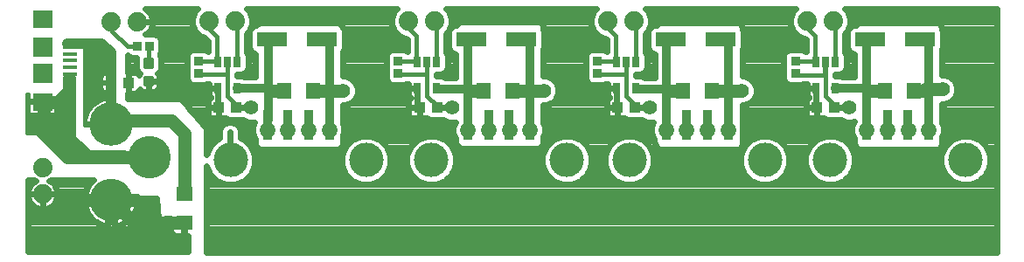
<source format=gtl>
G75*
G70*
%OFA0B0*%
%FSLAX24Y24*%
%IPPOS*%
%LPD*%
%AMOC8*
5,1,8,0,0,1.08239X$1,22.5*
%
%ADD10C,0.1310*%
%ADD11R,0.0354X0.1181*%
%ADD12C,0.1660*%
%ADD13C,0.1620*%
%ADD14R,0.0433X0.0394*%
%ADD15R,0.0630X0.0551*%
%ADD16R,0.0272X0.0390*%
%ADD17R,0.0551X0.0138*%
%ADD18R,0.0748X0.0709*%
%ADD19R,0.0748X0.0748*%
%ADD20R,0.0354X0.0335*%
%ADD21R,0.1181X0.0551*%
%ADD22R,0.0551X0.0630*%
%ADD23C,0.0740*%
%ADD24C,0.0118*%
%ADD25R,0.0335X0.0354*%
%ADD26C,0.0500*%
%ADD27C,0.0240*%
%ADD28C,0.0320*%
%ADD29C,0.0160*%
%ADD30C,0.0560*%
%ADD31C,0.0591*%
%ADD32C,0.0400*%
%ADD33C,0.0120*%
D10*
X008715Y004600D03*
X013885Y004600D03*
X016365Y004600D03*
X021535Y004600D03*
X023915Y004600D03*
X029085Y004600D03*
X031565Y004600D03*
X036735Y004600D03*
D11*
X035331Y005958D03*
X034544Y005958D03*
X033756Y005958D03*
X032969Y005958D03*
X027681Y005958D03*
X026894Y005958D03*
X026106Y005958D03*
X025319Y005958D03*
X020131Y005958D03*
X019344Y005958D03*
X018556Y005958D03*
X017769Y005958D03*
X012481Y005958D03*
X011694Y005958D03*
X010906Y005958D03*
X010119Y005958D03*
D12*
X004150Y005964D03*
D13*
X005631Y004713D03*
X004160Y003081D03*
D14*
X008265Y006600D03*
X008935Y006600D03*
X004835Y007550D03*
X004165Y007550D03*
X015915Y006600D03*
X016585Y006600D03*
X023465Y006600D03*
X024135Y006600D03*
X031065Y006600D03*
X031735Y006600D03*
D15*
X006950Y003301D03*
X006950Y002199D03*
D16*
X008226Y007338D03*
X008974Y007338D03*
X008974Y008358D03*
X008600Y008358D03*
X008226Y008358D03*
X015826Y008358D03*
X016200Y008358D03*
X016574Y008358D03*
X016574Y007338D03*
X015826Y007338D03*
X023426Y007338D03*
X024174Y007338D03*
X024174Y008358D03*
X023800Y008358D03*
X023426Y008358D03*
X031026Y008358D03*
X031400Y008358D03*
X031774Y008358D03*
X031774Y007338D03*
X031026Y007338D03*
D17*
X002593Y007888D03*
X002593Y008144D03*
X002593Y008400D03*
X002593Y008656D03*
X002593Y008912D03*
D18*
X001550Y009975D03*
X001550Y006825D03*
D19*
X001550Y007900D03*
X001550Y008900D03*
D20*
X007500Y008378D03*
X007500Y007922D03*
X015100Y007922D03*
X015100Y008378D03*
X022700Y008378D03*
X022700Y007922D03*
X030250Y007922D03*
X030250Y008378D03*
D21*
X027395Y009200D03*
X025505Y009200D03*
X019795Y009200D03*
X017905Y009200D03*
X012195Y009200D03*
X010305Y009200D03*
X033105Y009200D03*
X034995Y009200D03*
D22*
X034751Y007250D03*
X033649Y007250D03*
X027051Y007250D03*
X025949Y007250D03*
X019451Y007250D03*
X018349Y007250D03*
X011851Y007250D03*
X010749Y007250D03*
D23*
X008900Y009900D03*
X007900Y009900D03*
X005170Y009880D03*
X004170Y009880D03*
X015500Y009900D03*
X016500Y009900D03*
X023100Y009900D03*
X024100Y009900D03*
X030700Y009900D03*
X031700Y009900D03*
X001550Y004300D03*
X001550Y003300D03*
D24*
X005462Y007467D02*
X005738Y007467D01*
X005462Y007467D02*
X005462Y007743D01*
X005738Y007743D01*
X005738Y007467D01*
X005738Y007584D02*
X005462Y007584D01*
X005462Y007701D02*
X005738Y007701D01*
X005738Y008157D02*
X005462Y008157D01*
X005462Y008433D01*
X005738Y008433D01*
X005738Y008157D01*
X005738Y008274D02*
X005462Y008274D01*
X005462Y008391D02*
X005738Y008391D01*
D25*
X005628Y008950D03*
X005172Y008950D03*
D26*
X002550Y007700D02*
X002550Y007250D01*
X002125Y006825D01*
X001550Y006825D01*
X001600Y006775D02*
X001600Y005600D01*
X002487Y004713D01*
X005631Y004713D01*
X006950Y005600D02*
X006950Y003301D01*
X005043Y002199D02*
X004160Y003081D01*
X005043Y002199D02*
X006950Y002199D01*
X006950Y005600D02*
X006450Y006100D01*
X004286Y006100D01*
X004150Y005964D01*
X010350Y007250D02*
X010749Y007250D01*
X011851Y007250D02*
X012300Y007250D01*
X012500Y007250D02*
X013000Y007250D01*
X017950Y007250D02*
X018349Y007250D01*
X019451Y007250D02*
X019950Y007250D01*
X020100Y007250D02*
X020650Y007250D01*
X025500Y007250D02*
X025949Y007250D01*
X027051Y007250D02*
X027500Y007250D01*
X028200Y007250D01*
X033200Y007250D02*
X033649Y007250D01*
X034751Y007250D02*
X035150Y007250D01*
X035200Y007300D02*
X035850Y007300D01*
D27*
X000980Y003850D02*
X000980Y001100D01*
X007100Y001100D01*
X007100Y001723D01*
X006968Y001723D01*
X006968Y002181D01*
X006932Y002181D01*
X006435Y002181D01*
X006435Y001897D01*
X006449Y001846D01*
X006475Y001800D01*
X006512Y001763D01*
X006558Y001737D01*
X006609Y001723D01*
X006932Y001723D01*
X006932Y002181D01*
X006932Y002217D01*
X006435Y002217D01*
X006435Y002371D01*
X005950Y002350D01*
X005900Y003150D01*
X005200Y003150D01*
X005156Y003201D01*
X004280Y003201D01*
X004280Y002961D01*
X004280Y002079D01*
X004329Y002084D01*
X004440Y002109D01*
X004547Y002147D01*
X004649Y002196D01*
X004745Y002256D01*
X004834Y002327D01*
X004914Y002407D01*
X004985Y002496D01*
X005045Y002592D01*
X005095Y002694D01*
X005132Y002801D01*
X005157Y002912D01*
X005163Y002961D01*
X004280Y002961D01*
X004040Y002961D01*
X004040Y002079D01*
X003991Y002084D01*
X003880Y002109D01*
X003773Y002147D01*
X003671Y002196D01*
X003575Y002256D01*
X003486Y002327D01*
X003406Y002407D01*
X003335Y002496D01*
X003275Y002592D01*
X003225Y002694D01*
X003188Y002801D01*
X003163Y002912D01*
X003157Y002961D01*
X004040Y002961D01*
X004040Y003201D01*
X003157Y003201D01*
X003163Y003251D01*
X003188Y003362D01*
X003225Y003469D01*
X003275Y003571D01*
X003335Y003667D01*
X003406Y003756D01*
X003486Y003836D01*
X003504Y003850D01*
X001878Y003850D01*
X001862Y003834D01*
X001804Y003810D01*
X001849Y003788D01*
X001921Y003735D01*
X001985Y003671D01*
X002038Y003599D01*
X002078Y003519D01*
X002106Y003433D01*
X002120Y003345D01*
X002120Y003300D01*
X001550Y003300D01*
X001550Y003300D01*
X001550Y003300D01*
X000980Y003300D01*
X000980Y003345D01*
X000994Y003433D01*
X001022Y003519D01*
X001062Y003599D01*
X001115Y003671D01*
X001179Y003735D01*
X001251Y003788D01*
X001296Y003810D01*
X001238Y003834D01*
X001222Y003850D01*
X000980Y003850D01*
X000980Y003662D02*
X001108Y003662D01*
X000992Y003424D02*
X000980Y003424D01*
X000980Y003300D02*
X000980Y003255D01*
X000994Y003167D01*
X001022Y003081D01*
X001062Y003001D01*
X001115Y002929D01*
X001179Y002865D01*
X001251Y002812D01*
X001331Y002772D01*
X001417Y002744D01*
X001505Y002730D01*
X001550Y002730D01*
X001595Y002730D01*
X001683Y002744D01*
X001769Y002772D01*
X001849Y002812D01*
X001921Y002865D01*
X001985Y002929D01*
X002038Y003001D01*
X002078Y003081D01*
X002106Y003167D01*
X002120Y003255D01*
X002120Y003300D01*
X001550Y003300D01*
X001550Y002730D01*
X001550Y003300D01*
X001550Y003300D01*
X000980Y003300D01*
X000980Y003185D02*
X000991Y003185D01*
X000980Y002947D02*
X001102Y002947D01*
X000980Y002708D02*
X003221Y002708D01*
X003159Y002947D02*
X001998Y002947D01*
X001550Y002947D02*
X001550Y002947D01*
X001550Y003185D02*
X001550Y003185D01*
X002109Y003185D02*
X004040Y003185D01*
X004280Y003185D02*
X005170Y003185D01*
X005161Y002947D02*
X005913Y002947D01*
X005928Y002708D02*
X005099Y002708D01*
X004280Y002708D02*
X004040Y002708D01*
X004040Y002947D02*
X004280Y002947D01*
X003210Y003424D02*
X002108Y003424D01*
X001992Y003662D02*
X003332Y003662D01*
X003356Y002470D02*
X000980Y002470D01*
X000980Y002231D02*
X003615Y002231D01*
X004040Y002231D02*
X004280Y002231D01*
X004705Y002231D02*
X006435Y002231D01*
X006435Y001993D02*
X000980Y001993D01*
X000980Y001754D02*
X006528Y001754D01*
X006932Y001754D02*
X006968Y001754D01*
X006968Y001993D02*
X006932Y001993D01*
X007800Y001993D02*
X037932Y001993D01*
X037932Y002231D02*
X007800Y002231D01*
X007800Y002470D02*
X037932Y002470D01*
X037932Y002708D02*
X007800Y002708D01*
X007800Y002947D02*
X037932Y002947D01*
X037932Y003185D02*
X007800Y003185D01*
X007800Y003424D02*
X037932Y003424D01*
X037932Y003662D02*
X007800Y003662D01*
X008191Y003816D02*
X008531Y003675D01*
X008899Y003675D01*
X009239Y003816D01*
X009499Y004076D01*
X009640Y004416D01*
X009640Y004784D01*
X009499Y005124D01*
X009239Y005384D01*
X009090Y005446D01*
X009090Y005741D01*
X009031Y005884D01*
X008921Y005994D01*
X008778Y006053D01*
X008622Y006053D01*
X008479Y005994D01*
X008369Y005884D01*
X008310Y005741D01*
X008310Y005433D01*
X008191Y005384D01*
X007931Y005124D01*
X007800Y004808D01*
X007800Y005800D01*
X006850Y006900D01*
X006850Y006950D01*
X004800Y006950D01*
X004798Y007153D01*
X004835Y007153D01*
X005078Y007153D01*
X005128Y007167D01*
X005174Y007193D01*
X005211Y007230D01*
X005238Y007276D01*
X005249Y007319D01*
X005261Y007302D01*
X005297Y007266D01*
X005339Y007237D01*
X005387Y007218D01*
X005437Y007208D01*
X005600Y007208D01*
X005763Y007208D01*
X005813Y007218D01*
X005861Y007237D01*
X005903Y007266D01*
X005939Y007302D01*
X005967Y007344D01*
X005987Y007391D01*
X005997Y007441D01*
X005997Y007605D01*
X005997Y007768D01*
X005987Y007818D01*
X005967Y007865D01*
X005945Y007899D01*
X006017Y007971D01*
X006067Y008092D01*
X006067Y008499D01*
X006019Y008614D01*
X006025Y008620D01*
X006066Y008719D01*
X006066Y009181D01*
X006025Y009280D01*
X005949Y009356D01*
X005849Y009397D01*
X005475Y009397D01*
X005541Y009445D01*
X005605Y009509D01*
X005658Y009581D01*
X005698Y009661D01*
X005726Y009747D01*
X005740Y009835D01*
X005740Y009880D01*
X005740Y009925D01*
X005726Y010013D01*
X005698Y010099D01*
X005658Y010179D01*
X005605Y010251D01*
X005541Y010315D01*
X005469Y010368D01*
X005459Y010373D01*
X007467Y010373D01*
X007357Y010263D01*
X007260Y010027D01*
X007260Y009773D01*
X007357Y009537D01*
X007537Y009357D01*
X007725Y009280D01*
X007850Y009155D01*
X007850Y008755D01*
X007830Y008775D01*
X007731Y008816D01*
X007269Y008816D01*
X007170Y008775D01*
X007094Y008699D01*
X007053Y008599D01*
X007053Y008157D01*
X007056Y008150D01*
X007053Y008143D01*
X007053Y007701D01*
X007094Y007601D01*
X007170Y007525D01*
X007269Y007484D01*
X007731Y007484D01*
X007821Y007522D01*
X007890Y007522D01*
X007890Y007338D01*
X007890Y007117D01*
X007904Y007066D01*
X007930Y007021D01*
X007967Y006983D01*
X007970Y006982D01*
X007926Y006957D01*
X007889Y006920D01*
X007862Y006874D01*
X007849Y006823D01*
X007849Y006600D01*
X007849Y006377D01*
X007862Y006326D01*
X007889Y006280D01*
X007926Y006243D01*
X007972Y006217D01*
X008022Y006203D01*
X008265Y006203D01*
X008265Y006600D01*
X007849Y006600D01*
X008265Y006600D01*
X008265Y006600D01*
X008265Y006600D01*
X008226Y006700D01*
X008226Y007338D01*
X007890Y007338D01*
X008226Y007338D01*
X008226Y007338D01*
X007890Y007240D02*
X005864Y007240D01*
X005600Y007240D02*
X005600Y007240D01*
X005600Y007208D02*
X005600Y007605D01*
X005997Y007605D01*
X005600Y007605D01*
X005600Y007605D01*
X005600Y007605D01*
X005600Y007208D01*
X005336Y007240D02*
X005217Y007240D01*
X004835Y007240D02*
X004835Y007240D01*
X004835Y007153D02*
X004835Y007550D01*
X004835Y007550D01*
X004835Y007550D01*
X004835Y007947D01*
X005078Y007947D01*
X005128Y007933D01*
X005174Y007907D01*
X005211Y007870D01*
X005225Y007846D01*
X005233Y007865D01*
X005255Y007899D01*
X005183Y007971D01*
X005133Y008092D01*
X005133Y008499D01*
X005135Y008503D01*
X004951Y008503D01*
X004851Y008544D01*
X004796Y008599D01*
X004786Y008599D01*
X004792Y007947D01*
X004835Y007947D01*
X004835Y007550D01*
X004835Y007153D01*
X004800Y007001D02*
X007950Y007001D01*
X007849Y006763D02*
X006969Y006763D01*
X007175Y006524D02*
X007849Y006524D01*
X008265Y006524D02*
X008265Y006524D01*
X008265Y006600D02*
X008265Y006203D01*
X008508Y006203D01*
X008530Y006209D01*
X008565Y006174D01*
X008664Y006133D01*
X009190Y006133D01*
X009391Y006050D01*
X009609Y006050D01*
X009632Y006059D01*
X009555Y005872D01*
X009555Y005648D01*
X009641Y005440D01*
X009660Y005421D01*
X009660Y005202D01*
X009697Y005114D01*
X009764Y005047D01*
X009852Y005010D01*
X012798Y005010D01*
X012886Y005047D01*
X012953Y005114D01*
X012990Y005202D01*
X012990Y005514D01*
X013045Y005648D01*
X013045Y005872D01*
X012990Y006006D01*
X012990Y006700D01*
X013109Y006700D01*
X013312Y006784D01*
X013466Y006938D01*
X013550Y007141D01*
X013550Y007359D01*
X013466Y007562D01*
X013312Y007716D01*
X013109Y007800D01*
X012990Y007800D01*
X012990Y008747D01*
X013014Y008771D01*
X013055Y008871D01*
X013055Y009529D01*
X013014Y009629D01*
X012986Y009656D01*
X012953Y009736D01*
X012886Y009803D01*
X012798Y009840D01*
X009852Y009840D01*
X009764Y009803D01*
X009706Y009746D01*
X009661Y009746D01*
X009562Y009704D01*
X009486Y009629D01*
X009445Y009529D01*
X009445Y008871D01*
X009486Y008771D01*
X009562Y008696D01*
X009660Y008655D01*
X009660Y007768D01*
X009248Y007768D01*
X009164Y007803D01*
X008950Y007803D01*
X008950Y007893D01*
X009164Y007893D01*
X009263Y007934D01*
X009339Y008010D01*
X009380Y008109D01*
X009380Y008606D01*
X009339Y008706D01*
X009324Y008720D01*
X009324Y009419D01*
X009443Y009537D01*
X009540Y009773D01*
X009540Y010027D01*
X009443Y010263D01*
X009333Y010373D01*
X015067Y010373D01*
X014957Y010263D01*
X014860Y010027D01*
X014860Y009773D01*
X014957Y009537D01*
X015137Y009357D01*
X015373Y009260D01*
X015395Y009260D01*
X015450Y009205D01*
X015450Y008755D01*
X015430Y008775D01*
X015331Y008816D01*
X014869Y008816D01*
X014770Y008775D01*
X014694Y008699D01*
X014653Y008599D01*
X014653Y008157D01*
X014656Y008150D01*
X014653Y008143D01*
X014653Y007701D01*
X014694Y007601D01*
X014770Y007525D01*
X014869Y007484D01*
X015331Y007484D01*
X015421Y007522D01*
X015490Y007522D01*
X015490Y007338D01*
X015490Y007117D01*
X015504Y007066D01*
X015530Y007021D01*
X015567Y006983D01*
X015595Y006968D01*
X015576Y006957D01*
X015539Y006920D01*
X015512Y006874D01*
X015499Y006823D01*
X015499Y006600D01*
X015499Y006377D01*
X015512Y006326D01*
X015539Y006280D01*
X015576Y006243D01*
X015622Y006217D01*
X015672Y006203D01*
X015915Y006203D01*
X015915Y006600D01*
X015499Y006600D01*
X015915Y006600D01*
X015915Y006600D01*
X015915Y006600D01*
X015826Y006689D01*
X015826Y007338D01*
X015490Y007338D01*
X015826Y007338D01*
X015826Y007338D01*
X015490Y007240D02*
X013550Y007240D01*
X013501Y007478D02*
X015490Y007478D01*
X014653Y007717D02*
X013311Y007717D01*
X012990Y007955D02*
X014653Y007955D01*
X014653Y008194D02*
X012990Y008194D01*
X012990Y008432D02*
X014653Y008432D01*
X014682Y008671D02*
X012990Y008671D01*
X013055Y008909D02*
X015450Y008909D01*
X015450Y009148D02*
X013055Y009148D01*
X012481Y009200D02*
X012195Y009200D01*
X013055Y009386D02*
X015109Y009386D01*
X014921Y009625D02*
X013016Y009625D01*
X014860Y009863D02*
X009540Y009863D01*
X009509Y010102D02*
X014891Y010102D01*
X015035Y010340D02*
X009365Y010340D01*
X007435Y010340D02*
X005507Y010340D01*
X005697Y010102D02*
X007291Y010102D01*
X007260Y009863D02*
X005740Y009863D01*
X005740Y009880D02*
X005170Y009880D01*
X005740Y009880D01*
X005170Y009880D02*
X005170Y009880D01*
X005680Y009625D02*
X007321Y009625D01*
X007509Y009386D02*
X005876Y009386D01*
X006066Y009148D02*
X007850Y009148D01*
X007850Y008909D02*
X006066Y008909D01*
X006046Y008671D02*
X007082Y008671D01*
X007053Y008432D02*
X006067Y008432D01*
X006067Y008194D02*
X007053Y008194D01*
X007053Y007955D02*
X006001Y007955D01*
X005997Y007717D02*
X007053Y007717D01*
X007890Y007478D02*
X005997Y007478D01*
X005600Y007478D02*
X005600Y007478D01*
X004835Y007478D02*
X004835Y007478D01*
X004835Y007717D02*
X004835Y007717D01*
X004792Y007955D02*
X005199Y007955D01*
X005133Y008194D02*
X004790Y008194D01*
X004788Y008432D02*
X005133Y008432D01*
X009284Y007955D02*
X009660Y007955D01*
X009660Y008194D02*
X009380Y008194D01*
X009380Y008432D02*
X009660Y008432D01*
X009622Y008671D02*
X009353Y008671D01*
X009324Y008909D02*
X009445Y008909D01*
X009445Y009148D02*
X009324Y009148D01*
X010150Y009200D02*
X010305Y009200D01*
X009445Y009386D02*
X009324Y009386D01*
X009479Y009625D02*
X009484Y009625D01*
X016550Y007889D02*
X016550Y007803D01*
X016764Y007803D01*
X016863Y007762D01*
X016895Y007730D01*
X017310Y007730D01*
X017310Y008654D01*
X017261Y008654D01*
X017162Y008696D01*
X017086Y008771D01*
X017045Y008871D01*
X017045Y009529D01*
X017086Y009629D01*
X017162Y009704D01*
X017261Y009746D01*
X017330Y009746D01*
X017347Y009786D01*
X017414Y009853D01*
X017502Y009890D01*
X020448Y009890D01*
X020536Y009853D01*
X020603Y009786D01*
X020640Y009698D01*
X020640Y009567D01*
X020655Y009529D01*
X020655Y008871D01*
X020640Y008833D01*
X020640Y007800D01*
X020759Y007800D01*
X020962Y007716D01*
X021116Y007562D01*
X021200Y007359D01*
X021200Y007141D01*
X021116Y006938D01*
X020962Y006784D01*
X020759Y006700D01*
X020640Y006700D01*
X020640Y006006D01*
X020695Y005872D01*
X020695Y005648D01*
X020640Y005514D01*
X020640Y005252D01*
X020603Y005164D01*
X020536Y005097D01*
X020448Y005060D01*
X017502Y005060D01*
X017414Y005097D01*
X017347Y005164D01*
X017310Y005252D01*
X017310Y005421D01*
X017291Y005440D01*
X017205Y005648D01*
X017205Y005872D01*
X017282Y006059D01*
X017259Y006050D01*
X017041Y006050D01*
X016840Y006133D01*
X016314Y006133D01*
X016215Y006174D01*
X016180Y006209D01*
X016158Y006203D01*
X015915Y006203D01*
X015915Y006600D01*
X015915Y006524D02*
X015915Y006524D01*
X015499Y006524D02*
X012990Y006524D01*
X012990Y006286D02*
X015536Y006286D01*
X015915Y006286D02*
X015915Y006286D01*
X016585Y006600D02*
X016585Y006665D01*
X016650Y006600D01*
X017150Y006600D01*
X015550Y007001D02*
X013492Y007001D01*
X013260Y006763D02*
X015499Y006763D01*
X016574Y007338D02*
X016612Y007300D01*
X017769Y007300D02*
X017819Y007250D01*
X017950Y007250D01*
X017310Y007955D02*
X016884Y007955D01*
X016863Y007934D02*
X016939Y008010D01*
X016980Y008109D01*
X016980Y008606D01*
X016939Y008706D01*
X016924Y008720D01*
X016924Y009419D01*
X017043Y009537D01*
X017140Y009773D01*
X017140Y010027D01*
X017043Y010263D01*
X016933Y010373D01*
X022667Y010373D01*
X022557Y010263D01*
X022460Y010027D01*
X022460Y009773D01*
X022557Y009537D01*
X022737Y009357D01*
X022973Y009260D01*
X022995Y009260D01*
X023050Y009205D01*
X023050Y008755D01*
X023030Y008775D01*
X022931Y008816D01*
X022469Y008816D01*
X022370Y008775D01*
X022294Y008699D01*
X022253Y008599D01*
X022253Y008157D01*
X022256Y008150D01*
X022253Y008143D01*
X022253Y007701D01*
X022294Y007601D01*
X022370Y007525D01*
X022469Y007484D01*
X022931Y007484D01*
X023021Y007522D01*
X023090Y007522D01*
X023090Y007338D01*
X023090Y007117D01*
X023104Y007066D01*
X023130Y007021D01*
X023167Y006983D01*
X023170Y006982D01*
X023126Y006957D01*
X023089Y006920D01*
X023062Y006874D01*
X023049Y006823D01*
X023049Y006600D01*
X023049Y006377D01*
X023062Y006326D01*
X023089Y006280D01*
X023126Y006243D01*
X023172Y006217D01*
X023222Y006203D01*
X023465Y006203D01*
X023465Y006600D01*
X023049Y006600D01*
X023465Y006600D01*
X023465Y006600D01*
X023465Y006600D01*
X023426Y006639D01*
X023426Y007338D01*
X023090Y007338D01*
X023426Y007338D01*
X023426Y007338D01*
X023090Y007240D02*
X021200Y007240D01*
X021151Y007478D02*
X023090Y007478D01*
X022253Y007717D02*
X020961Y007717D01*
X020640Y007955D02*
X022253Y007955D01*
X022253Y008194D02*
X020640Y008194D01*
X020640Y008432D02*
X022253Y008432D01*
X022282Y008671D02*
X020640Y008671D01*
X020655Y008909D02*
X023050Y008909D01*
X023050Y009148D02*
X020655Y009148D01*
X020131Y009169D02*
X020100Y009200D01*
X020655Y009386D02*
X022709Y009386D01*
X022521Y009625D02*
X020640Y009625D01*
X020513Y009863D02*
X022460Y009863D01*
X022491Y010102D02*
X017109Y010102D01*
X017140Y009863D02*
X017437Y009863D01*
X017084Y009625D02*
X017079Y009625D01*
X017045Y009386D02*
X016924Y009386D01*
X017769Y009064D02*
X017905Y009200D01*
X017045Y009148D02*
X016924Y009148D01*
X016924Y008909D02*
X017045Y008909D01*
X016953Y008671D02*
X017222Y008671D01*
X017310Y008432D02*
X016980Y008432D01*
X016980Y008194D02*
X017310Y008194D01*
X016863Y007934D02*
X016764Y007893D01*
X016552Y007893D01*
X016550Y007889D01*
X019950Y007250D02*
X020100Y007250D01*
X020100Y006039D01*
X020131Y005958D01*
X020640Y006047D02*
X024827Y006047D01*
X024832Y006059D02*
X024755Y005872D01*
X024755Y005648D01*
X024841Y005440D01*
X024872Y005409D01*
X024872Y005314D01*
X024910Y005222D01*
X024910Y005202D01*
X024947Y005114D01*
X025014Y005047D01*
X025102Y005010D01*
X028048Y005010D01*
X028136Y005047D01*
X028203Y005114D01*
X028240Y005202D01*
X028240Y005635D01*
X028245Y005648D01*
X028245Y005872D01*
X028240Y005885D01*
X028240Y006700D01*
X028309Y006700D01*
X028512Y006784D01*
X028666Y006938D01*
X028750Y007141D01*
X028750Y007359D01*
X028666Y007562D01*
X028512Y007716D01*
X028309Y007800D01*
X028240Y007800D01*
X028240Y008833D01*
X028255Y008871D01*
X028255Y009529D01*
X028240Y009567D01*
X028240Y009648D01*
X028203Y009736D01*
X028136Y009803D01*
X028048Y009840D01*
X025102Y009840D01*
X025014Y009803D01*
X024956Y009746D01*
X024861Y009746D01*
X024762Y009704D01*
X024686Y009629D01*
X024645Y009529D01*
X024645Y008871D01*
X024686Y008771D01*
X024762Y008696D01*
X024861Y008654D01*
X024889Y008654D01*
X024889Y007730D01*
X024495Y007730D01*
X024463Y007762D01*
X024364Y007803D01*
X024150Y007803D01*
X024150Y007893D01*
X024364Y007893D01*
X024463Y007934D01*
X024539Y008010D01*
X024580Y008109D01*
X024580Y008606D01*
X024539Y008706D01*
X024524Y008720D01*
X024524Y009419D01*
X024643Y009537D01*
X024740Y009773D01*
X024740Y010027D01*
X024643Y010263D01*
X024533Y010373D01*
X030267Y010373D01*
X030157Y010263D01*
X030060Y010027D01*
X030060Y009773D01*
X030157Y009537D01*
X030337Y009357D01*
X030573Y009260D01*
X030595Y009260D01*
X030650Y009205D01*
X030650Y008734D01*
X030621Y008734D01*
X030580Y008775D01*
X030481Y008816D01*
X030019Y008816D01*
X029920Y008775D01*
X029844Y008699D01*
X029803Y008599D01*
X029803Y008157D01*
X029806Y008150D01*
X029803Y008143D01*
X029803Y007701D01*
X029844Y007601D01*
X029920Y007525D01*
X030019Y007484D01*
X030481Y007484D01*
X030519Y007500D01*
X030690Y007500D01*
X030690Y007338D01*
X030690Y007117D01*
X030704Y007066D01*
X030730Y007021D01*
X030767Y006983D01*
X030770Y006982D01*
X030726Y006957D01*
X030689Y006920D01*
X030662Y006874D01*
X030649Y006823D01*
X030649Y006600D01*
X030649Y006377D01*
X030662Y006326D01*
X030689Y006280D01*
X030726Y006243D01*
X030772Y006217D01*
X030822Y006203D01*
X031065Y006203D01*
X031065Y006600D01*
X030649Y006600D01*
X031065Y006600D01*
X031065Y006600D01*
X031065Y006600D01*
X031026Y006639D01*
X031026Y007338D01*
X030690Y007338D01*
X031026Y007338D01*
X031026Y007338D01*
X030690Y007240D02*
X028750Y007240D01*
X028701Y007478D02*
X030690Y007478D01*
X029803Y007717D02*
X028511Y007717D01*
X028240Y007955D02*
X029803Y007955D01*
X029803Y008194D02*
X028240Y008194D01*
X028240Y008432D02*
X029803Y008432D01*
X029832Y008671D02*
X028240Y008671D01*
X028255Y008909D02*
X030650Y008909D01*
X030650Y009148D02*
X028255Y009148D01*
X027681Y009119D02*
X027600Y009200D01*
X028255Y009386D02*
X030309Y009386D01*
X030121Y009625D02*
X028240Y009625D01*
X030060Y009863D02*
X024740Y009863D01*
X024709Y010102D02*
X030091Y010102D01*
X030235Y010340D02*
X024565Y010340D01*
X022635Y010340D02*
X016965Y010340D01*
X024524Y009386D02*
X024645Y009386D01*
X024679Y009625D02*
X024684Y009625D01*
X025319Y009014D02*
X025505Y009200D01*
X024645Y009148D02*
X024524Y009148D01*
X024524Y008909D02*
X024645Y008909D01*
X024553Y008671D02*
X024822Y008671D01*
X024889Y008432D02*
X024580Y008432D01*
X024580Y008194D02*
X024889Y008194D01*
X024889Y007955D02*
X024484Y007955D01*
X024174Y007338D02*
X024262Y007300D01*
X025300Y007300D02*
X025300Y006027D01*
X025319Y005958D01*
X024832Y006059D02*
X024809Y006050D01*
X024591Y006050D01*
X024390Y006133D01*
X023864Y006133D01*
X023765Y006174D01*
X023730Y006209D01*
X023708Y006203D01*
X023465Y006203D01*
X023465Y006600D01*
X023465Y006524D02*
X023465Y006524D01*
X023049Y006524D02*
X020640Y006524D01*
X020640Y006286D02*
X023086Y006286D01*
X023465Y006286D02*
X023465Y006286D01*
X024135Y006600D02*
X024135Y006715D01*
X024200Y006600D01*
X024700Y006600D01*
X023150Y007001D02*
X021142Y007001D01*
X020910Y006763D02*
X023049Y006763D01*
X025300Y007300D02*
X025949Y007250D01*
X028240Y006524D02*
X030649Y006524D01*
X030649Y006763D02*
X028460Y006763D01*
X028692Y007001D02*
X030750Y007001D01*
X031735Y006715D02*
X031850Y006600D01*
X032300Y006600D01*
X031735Y006600D02*
X031735Y006715D01*
X031065Y006600D02*
X031065Y006203D01*
X031308Y006203D01*
X031330Y006209D01*
X031365Y006174D01*
X031464Y006133D01*
X031990Y006133D01*
X032191Y006050D01*
X032409Y006050D01*
X032497Y006086D01*
X032491Y006080D01*
X032405Y005872D01*
X032405Y005648D01*
X032491Y005440D01*
X032510Y005421D01*
X032510Y005202D01*
X032547Y005114D01*
X032614Y005047D01*
X032702Y005010D01*
X035648Y005010D01*
X035736Y005047D01*
X035803Y005114D01*
X035840Y005202D01*
X035840Y005514D01*
X035895Y005648D01*
X035895Y005872D01*
X035840Y006006D01*
X035840Y006750D01*
X035959Y006750D01*
X036162Y006834D01*
X036316Y006988D01*
X036400Y007191D01*
X036400Y007409D01*
X036316Y007612D01*
X036162Y007766D01*
X035959Y007850D01*
X035840Y007850D01*
X035840Y008833D01*
X035855Y008871D01*
X035855Y009529D01*
X035840Y009567D01*
X035840Y009648D01*
X035803Y009736D01*
X035736Y009803D01*
X035648Y009840D01*
X032702Y009840D01*
X032614Y009803D01*
X032556Y009746D01*
X032461Y009746D01*
X032362Y009704D01*
X032286Y009629D01*
X032245Y009529D01*
X032245Y008871D01*
X032286Y008771D01*
X032362Y008696D01*
X032461Y008654D01*
X032510Y008654D01*
X032510Y007780D01*
X032019Y007780D01*
X031964Y007803D01*
X031750Y007803D01*
X031750Y007893D01*
X031964Y007893D01*
X032063Y007934D01*
X032139Y008010D01*
X032180Y008109D01*
X032180Y008606D01*
X032139Y008706D01*
X032124Y008720D01*
X032124Y009419D01*
X032243Y009537D01*
X032340Y009773D01*
X032340Y010027D01*
X032243Y010263D01*
X032133Y010373D01*
X037932Y010373D01*
X037932Y001070D01*
X007800Y001070D01*
X007800Y004392D01*
X007931Y004076D01*
X008191Y003816D01*
X008106Y003901D02*
X007800Y003901D01*
X007800Y004139D02*
X007905Y004139D01*
X007806Y004378D02*
X007800Y004378D01*
X008700Y004600D02*
X008700Y005663D01*
X008338Y005809D02*
X007793Y005809D01*
X007800Y005570D02*
X008310Y005570D01*
X008138Y005332D02*
X007800Y005332D01*
X007800Y005093D02*
X007918Y005093D01*
X007819Y004855D02*
X007800Y004855D01*
X009292Y005332D02*
X009660Y005332D01*
X009718Y005093D02*
X009512Y005093D01*
X009611Y004855D02*
X012989Y004855D01*
X012960Y004784D02*
X012960Y004416D01*
X013101Y004076D01*
X013361Y003816D01*
X013701Y003675D01*
X014069Y003675D01*
X014409Y003816D01*
X014669Y004076D01*
X014810Y004416D01*
X014810Y004784D01*
X014669Y005124D01*
X014409Y005384D01*
X014069Y005525D01*
X013701Y005525D01*
X013361Y005384D01*
X013101Y005124D01*
X012960Y004784D01*
X012960Y004616D02*
X009640Y004616D01*
X009624Y004378D02*
X012976Y004378D01*
X013075Y004139D02*
X009525Y004139D01*
X009324Y003901D02*
X013276Y003901D01*
X014494Y003901D02*
X015756Y003901D01*
X015841Y003816D02*
X015581Y004076D01*
X015440Y004416D01*
X015440Y004784D01*
X015581Y005124D01*
X015841Y005384D01*
X016181Y005525D01*
X016549Y005525D01*
X016889Y005384D01*
X017149Y005124D01*
X017290Y004784D01*
X017290Y004416D01*
X017149Y004076D01*
X016889Y003816D01*
X016549Y003675D01*
X016181Y003675D01*
X015841Y003816D01*
X015555Y004139D02*
X014695Y004139D01*
X014794Y004378D02*
X015456Y004378D01*
X015440Y004616D02*
X014810Y004616D01*
X014781Y004855D02*
X015469Y004855D01*
X015568Y005093D02*
X014682Y005093D01*
X014462Y005332D02*
X015788Y005332D01*
X016942Y005332D02*
X017310Y005332D01*
X017237Y005570D02*
X013013Y005570D01*
X012990Y005332D02*
X013308Y005332D01*
X013088Y005093D02*
X012932Y005093D01*
X013045Y005809D02*
X017205Y005809D01*
X017277Y006047D02*
X012990Y006047D01*
X012500Y005977D02*
X012500Y007250D01*
X012300Y007250D01*
X010350Y007250D02*
X010238Y007250D01*
X010150Y007338D01*
X008935Y006715D02*
X008935Y006600D01*
X009500Y006600D01*
X008265Y006286D02*
X008265Y006286D01*
X007886Y006286D02*
X007381Y006286D01*
X007587Y006047D02*
X008608Y006047D01*
X008792Y006047D02*
X009627Y006047D01*
X010119Y005958D02*
X010150Y006158D01*
X009555Y005809D02*
X009062Y005809D01*
X009090Y005570D02*
X009587Y005570D01*
X012481Y005958D02*
X012500Y005977D01*
X017162Y005093D02*
X017423Y005093D01*
X017261Y004855D02*
X020639Y004855D01*
X020610Y004784D02*
X020610Y004416D01*
X020751Y004076D01*
X021011Y003816D01*
X021351Y003675D01*
X021719Y003675D01*
X022059Y003816D01*
X022319Y004076D01*
X022460Y004416D01*
X022460Y004784D01*
X022319Y005124D01*
X022059Y005384D01*
X021719Y005525D01*
X021351Y005525D01*
X021011Y005384D01*
X020751Y005124D01*
X020610Y004784D01*
X020610Y004616D02*
X017290Y004616D01*
X017274Y004378D02*
X020626Y004378D01*
X020725Y004139D02*
X017175Y004139D01*
X016974Y003901D02*
X020926Y003901D01*
X022144Y003901D02*
X023306Y003901D01*
X023391Y003816D02*
X023131Y004076D01*
X022990Y004416D01*
X022990Y004784D01*
X023131Y005124D01*
X023391Y005384D01*
X023731Y005525D01*
X024099Y005525D01*
X024439Y005384D01*
X024699Y005124D01*
X024840Y004784D01*
X024840Y004416D01*
X024699Y004076D01*
X024439Y003816D01*
X024099Y003675D01*
X023731Y003675D01*
X023391Y003816D01*
X024524Y003901D02*
X028476Y003901D01*
X028561Y003816D02*
X028301Y004076D01*
X028160Y004416D01*
X028160Y004784D01*
X028301Y005124D01*
X028561Y005384D01*
X028901Y005525D01*
X029269Y005525D01*
X029609Y005384D01*
X029869Y005124D01*
X030010Y004784D01*
X030010Y004416D01*
X029869Y004076D01*
X029609Y003816D01*
X029269Y003675D01*
X028901Y003675D01*
X028561Y003816D01*
X028275Y004139D02*
X024725Y004139D01*
X024824Y004378D02*
X028176Y004378D01*
X028160Y004616D02*
X024840Y004616D01*
X024811Y004855D02*
X028189Y004855D01*
X028182Y005093D02*
X028288Y005093D01*
X028240Y005332D02*
X028508Y005332D01*
X028240Y005570D02*
X032437Y005570D01*
X032405Y005809D02*
X028245Y005809D01*
X027681Y005958D02*
X027700Y006027D01*
X028240Y006047D02*
X032477Y006047D01*
X031065Y006286D02*
X031065Y006286D01*
X030686Y006286D02*
X028240Y006286D01*
X031065Y006524D02*
X031065Y006524D01*
X032969Y007019D02*
X033200Y007250D01*
X035150Y007250D02*
X035200Y007300D01*
X036321Y007001D02*
X037932Y007001D01*
X037932Y006763D02*
X035990Y006763D01*
X035840Y006524D02*
X037932Y006524D01*
X037932Y006286D02*
X035840Y006286D01*
X035330Y006360D02*
X035350Y006027D01*
X035331Y005958D01*
X035840Y006047D02*
X037932Y006047D01*
X037932Y005809D02*
X035895Y005809D01*
X035863Y005570D02*
X037932Y005570D01*
X037932Y005332D02*
X037312Y005332D01*
X037259Y005384D02*
X036919Y005525D01*
X036551Y005525D01*
X036211Y005384D01*
X035951Y005124D01*
X035810Y004784D01*
X035810Y004416D01*
X035951Y004076D01*
X036211Y003816D01*
X036551Y003675D01*
X036919Y003675D01*
X037259Y003816D01*
X037519Y004076D01*
X037660Y004416D01*
X037660Y004784D01*
X037519Y005124D01*
X037259Y005384D01*
X037532Y005093D02*
X037932Y005093D01*
X037932Y004855D02*
X037631Y004855D01*
X037660Y004616D02*
X037932Y004616D01*
X037932Y004378D02*
X037644Y004378D01*
X037545Y004139D02*
X037932Y004139D01*
X037932Y003901D02*
X037344Y003901D01*
X036126Y003901D02*
X032174Y003901D01*
X032089Y003816D02*
X032349Y004076D01*
X032490Y004416D01*
X032490Y004784D01*
X032349Y005124D01*
X032089Y005384D01*
X031749Y005525D01*
X031381Y005525D01*
X031041Y005384D01*
X030781Y005124D01*
X030640Y004784D01*
X030640Y004416D01*
X030781Y004076D01*
X031041Y003816D01*
X031381Y003675D01*
X031749Y003675D01*
X032089Y003816D01*
X032375Y004139D02*
X035925Y004139D01*
X035826Y004378D02*
X032474Y004378D01*
X032490Y004616D02*
X035810Y004616D01*
X035839Y004855D02*
X032461Y004855D01*
X032362Y005093D02*
X032568Y005093D01*
X032510Y005332D02*
X032142Y005332D01*
X030988Y005332D02*
X029662Y005332D01*
X029882Y005093D02*
X030768Y005093D01*
X030669Y004855D02*
X029981Y004855D01*
X030010Y004616D02*
X030640Y004616D01*
X030656Y004378D02*
X029994Y004378D01*
X029895Y004139D02*
X030755Y004139D01*
X030956Y003901D02*
X029694Y003901D01*
X024968Y005093D02*
X024712Y005093D01*
X024872Y005332D02*
X024492Y005332D01*
X024787Y005570D02*
X020663Y005570D01*
X020640Y005332D02*
X020958Y005332D01*
X020738Y005093D02*
X020527Y005093D01*
X022112Y005332D02*
X023338Y005332D01*
X023118Y005093D02*
X022332Y005093D01*
X022431Y004855D02*
X023019Y004855D01*
X022990Y004616D02*
X022460Y004616D01*
X022444Y004378D02*
X023006Y004378D01*
X023105Y004139D02*
X022345Y004139D01*
X020695Y005809D02*
X024755Y005809D01*
X032084Y007955D02*
X032510Y007955D01*
X032510Y008194D02*
X032180Y008194D01*
X032180Y008432D02*
X032510Y008432D01*
X032422Y008671D02*
X032153Y008671D01*
X032124Y008909D02*
X032245Y008909D01*
X032245Y009148D02*
X032124Y009148D01*
X032969Y009064D02*
X033105Y009200D01*
X032245Y009386D02*
X032124Y009386D01*
X032279Y009625D02*
X032284Y009625D01*
X032340Y009863D02*
X037932Y009863D01*
X037932Y009625D02*
X035840Y009625D01*
X035855Y009386D02*
X037932Y009386D01*
X037932Y009148D02*
X035855Y009148D01*
X035331Y009169D02*
X035330Y009169D01*
X035331Y009169D02*
X035300Y009200D01*
X035855Y008909D02*
X037932Y008909D01*
X037932Y008671D02*
X035840Y008671D01*
X035840Y008432D02*
X037932Y008432D01*
X037932Y008194D02*
X035840Y008194D01*
X035840Y007955D02*
X037932Y007955D01*
X037932Y007717D02*
X036211Y007717D01*
X036372Y007478D02*
X037932Y007478D01*
X037932Y007240D02*
X036400Y007240D01*
X036158Y005332D02*
X035840Y005332D01*
X035782Y005093D02*
X035938Y005093D01*
X037932Y001754D02*
X007800Y001754D01*
X007800Y001516D02*
X037932Y001516D01*
X037932Y001277D02*
X007800Y001277D01*
X007100Y001277D02*
X000980Y001277D01*
X000980Y001516D02*
X007100Y001516D01*
X005943Y002470D02*
X004964Y002470D01*
X004280Y002470D02*
X004040Y002470D01*
X032165Y010340D02*
X037932Y010340D01*
X037932Y010102D02*
X032309Y010102D01*
D28*
X035330Y009169D02*
X035330Y007200D01*
X035330Y006360D01*
X032969Y005958D02*
X032969Y007019D01*
X032969Y009064D01*
X027681Y009119D02*
X027681Y007150D01*
X027681Y005958D01*
X025319Y005958D02*
X025319Y009014D01*
X020131Y009169D02*
X020131Y005958D01*
X017769Y005958D02*
X017769Y007300D01*
X016612Y007300D01*
X017769Y007300D02*
X017769Y009064D01*
X012481Y009200D02*
X012481Y005958D01*
X010150Y006158D02*
X010150Y007338D01*
X008974Y007338D01*
X010150Y007338D02*
X010150Y009200D01*
X024262Y007300D02*
X025300Y007300D01*
X031774Y007338D02*
X031924Y007350D01*
X033000Y007350D01*
X033000Y007250D01*
X033200Y007250D01*
D29*
X031735Y006715D02*
X031400Y007050D01*
X031400Y008358D01*
X031378Y008380D01*
X031378Y007878D01*
X031350Y007850D01*
X030322Y007850D01*
X030250Y007922D01*
X030250Y008378D02*
X030256Y008384D01*
X031000Y008384D01*
X031026Y008358D01*
X031000Y008384D02*
X031000Y009350D01*
X030700Y009650D01*
X030700Y009900D01*
X031700Y009900D02*
X031774Y009826D01*
X031774Y008358D01*
X034995Y009200D02*
X035300Y009200D01*
X035280Y007250D02*
X035150Y007250D01*
X035280Y007250D02*
X035293Y007248D01*
X035305Y007243D01*
X035315Y007235D01*
X035323Y007225D01*
X035328Y007213D01*
X035330Y007200D01*
X027681Y007150D02*
X027679Y007167D01*
X027675Y007184D01*
X027668Y007200D01*
X027658Y007214D01*
X027645Y007227D01*
X027631Y007237D01*
X027615Y007244D01*
X027598Y007248D01*
X027581Y007250D01*
X027500Y007250D01*
X024135Y006715D02*
X023800Y007050D01*
X023800Y007850D01*
X023778Y007872D01*
X022750Y007872D01*
X022700Y007922D01*
X023800Y007850D02*
X023800Y008358D01*
X023778Y008380D01*
X023426Y008358D02*
X023400Y008384D01*
X023400Y009350D01*
X023100Y009650D01*
X023100Y009900D01*
X024100Y009900D02*
X024174Y009774D01*
X024174Y008358D01*
X023426Y008358D02*
X023406Y008378D01*
X022700Y008378D01*
X020100Y009200D02*
X019795Y009200D01*
X016574Y009774D02*
X016574Y008358D01*
X016200Y008358D02*
X016200Y007950D01*
X016172Y007872D01*
X015150Y007872D01*
X015100Y007922D01*
X016200Y007950D02*
X016200Y007050D01*
X016585Y006665D01*
X015826Y008358D02*
X015800Y008384D01*
X015800Y009350D01*
X015500Y009650D01*
X015500Y009900D01*
X016500Y009900D02*
X016574Y009774D01*
X015806Y008378D02*
X015100Y008378D01*
X015806Y008378D02*
X015826Y008358D01*
X008974Y008358D02*
X008974Y009774D01*
X008900Y009900D01*
X008200Y009300D02*
X007900Y009600D01*
X007900Y009900D01*
X008200Y009300D02*
X008200Y008384D01*
X008226Y008358D01*
X008200Y008384D02*
X007650Y008384D01*
X007500Y008378D01*
X008600Y008358D02*
X008600Y007872D01*
X007650Y007872D01*
X007500Y007922D01*
X008600Y007872D02*
X008600Y007050D01*
X008935Y006715D01*
X004165Y007550D02*
X004150Y007535D01*
X005600Y008295D02*
X005600Y008872D01*
X005628Y008950D01*
X005172Y008950D02*
X004800Y008950D01*
X004200Y009500D01*
X004200Y009850D01*
X004170Y009880D01*
X027395Y009200D02*
X027600Y009200D01*
D30*
X028200Y007250D03*
X024700Y006600D03*
X020650Y007250D03*
X017150Y006600D03*
X013000Y007250D03*
X009500Y006600D03*
X032300Y006600D03*
X035850Y007300D03*
D31*
X035330Y005760D03*
X034550Y005760D03*
X033750Y005760D03*
X032970Y005760D03*
X027680Y005760D03*
X026900Y005760D03*
X026100Y005760D03*
X025320Y005760D03*
X020130Y005760D03*
X019350Y005760D03*
X018550Y005760D03*
X017770Y005760D03*
X012480Y005760D03*
X011700Y005760D03*
X010900Y005760D03*
X010120Y005760D03*
D32*
X004165Y005979D02*
X004150Y005964D01*
X004165Y005979D02*
X004165Y007550D01*
X004150Y007535D02*
X004150Y008700D01*
X003800Y009050D01*
X002500Y009050D01*
X001550Y006825D02*
X001600Y006775D01*
D33*
X001610Y006765D02*
X001610Y006331D01*
X001942Y006331D01*
X001978Y006340D01*
X002010Y006359D01*
X002036Y006385D01*
X002054Y006417D01*
X002064Y006452D01*
X002064Y006765D01*
X001610Y006765D01*
X001490Y006765D01*
X001490Y006331D01*
X001158Y006331D01*
X001122Y006340D01*
X001090Y006359D01*
X001064Y006385D01*
X001046Y006417D01*
X001036Y006452D01*
X001036Y006765D01*
X001490Y006765D01*
X001490Y006885D01*
X001036Y006885D01*
X001036Y007100D01*
X000950Y007100D01*
X000950Y005600D01*
X001350Y005600D01*
X002400Y004550D01*
X004694Y004550D01*
X004693Y004553D01*
X004682Y004653D01*
X005571Y004653D01*
X005571Y004773D01*
X004682Y004773D01*
X004693Y004872D01*
X004699Y004900D01*
X003350Y004900D01*
X003150Y005100D01*
X002750Y005450D01*
X002750Y007150D01*
X002250Y007150D01*
X002064Y006964D01*
X002064Y006885D01*
X001610Y006885D01*
X001610Y006765D01*
X001610Y006725D02*
X001490Y006725D01*
X001490Y006607D02*
X001610Y006607D01*
X001610Y006488D02*
X001490Y006488D01*
X001490Y006370D02*
X001610Y006370D01*
X002021Y006370D02*
X002750Y006370D01*
X002750Y006488D02*
X002064Y006488D01*
X002064Y006607D02*
X002750Y006607D01*
X002750Y006725D02*
X002064Y006725D01*
X001610Y006844D02*
X002750Y006844D01*
X002750Y006962D02*
X002064Y006962D01*
X002181Y007081D02*
X002750Y007081D01*
X003150Y007081D02*
X004300Y007081D01*
X004300Y007199D02*
X003150Y007199D01*
X003150Y007318D02*
X003813Y007318D01*
X003809Y007335D02*
X003818Y007299D01*
X003837Y007267D01*
X003863Y007241D01*
X003895Y007223D01*
X003930Y007213D01*
X004127Y007213D01*
X004127Y007512D01*
X003809Y007512D01*
X003809Y007335D01*
X003809Y007436D02*
X003150Y007436D01*
X003150Y007555D02*
X004127Y007555D01*
X004127Y007588D02*
X004127Y007512D01*
X004204Y007512D01*
X004204Y007213D01*
X004300Y007213D01*
X004300Y006923D01*
X004210Y006933D01*
X004210Y006024D01*
X004090Y006024D01*
X004090Y006933D01*
X003987Y006921D01*
X003881Y006897D01*
X003778Y006861D01*
X003680Y006814D01*
X003588Y006756D01*
X003503Y006688D01*
X003426Y006611D01*
X003358Y006526D01*
X003300Y006434D01*
X003252Y006335D01*
X003217Y006233D01*
X003192Y006126D01*
X003181Y006024D01*
X004090Y006024D01*
X004090Y005904D01*
X003181Y005904D01*
X003181Y005900D01*
X003150Y005900D01*
X003150Y009150D01*
X003850Y009150D01*
X004300Y008750D01*
X004300Y007887D01*
X004204Y007887D01*
X004204Y007588D01*
X004127Y007588D01*
X003809Y007588D01*
X003809Y007765D01*
X003818Y007801D01*
X003837Y007833D01*
X003863Y007859D01*
X003895Y007877D01*
X003930Y007887D01*
X004127Y007887D01*
X004127Y007588D01*
X004127Y007673D02*
X004204Y007673D01*
X004204Y007792D02*
X004127Y007792D01*
X004300Y007910D02*
X003150Y007910D01*
X003150Y007792D02*
X003816Y007792D01*
X003809Y007673D02*
X003150Y007673D01*
X003150Y008029D02*
X004300Y008029D01*
X004300Y008147D02*
X003150Y008147D01*
X003150Y008266D02*
X004300Y008266D01*
X004300Y008384D02*
X003150Y008384D01*
X003150Y008503D02*
X004300Y008503D01*
X004300Y008621D02*
X003150Y008621D01*
X003150Y008740D02*
X004300Y008740D01*
X004178Y008858D02*
X003150Y008858D01*
X003150Y008977D02*
X004045Y008977D01*
X003912Y009095D02*
X003150Y009095D01*
X004127Y007436D02*
X004204Y007436D01*
X004204Y007318D02*
X004127Y007318D01*
X004300Y006962D02*
X003150Y006962D01*
X003150Y006844D02*
X003742Y006844D01*
X003549Y006725D02*
X003150Y006725D01*
X003150Y006607D02*
X003422Y006607D01*
X003334Y006488D02*
X003150Y006488D01*
X003150Y006370D02*
X003269Y006370D01*
X003223Y006251D02*
X003150Y006251D01*
X003150Y006133D02*
X003194Y006133D01*
X003150Y006014D02*
X004090Y006014D01*
X004090Y006133D02*
X004210Y006133D01*
X004210Y006251D02*
X004090Y006251D01*
X004090Y006370D02*
X004210Y006370D01*
X004210Y006488D02*
X004090Y006488D01*
X004090Y006607D02*
X004210Y006607D01*
X004210Y006725D02*
X004090Y006725D01*
X004090Y006844D02*
X004210Y006844D01*
X002750Y006251D02*
X000950Y006251D01*
X000950Y006133D02*
X002750Y006133D01*
X002750Y006014D02*
X000950Y006014D01*
X000950Y005896D02*
X002750Y005896D01*
X002750Y005777D02*
X000950Y005777D01*
X000950Y005659D02*
X002750Y005659D01*
X002750Y005540D02*
X001410Y005540D01*
X001528Y005422D02*
X002783Y005422D01*
X002918Y005303D02*
X001647Y005303D01*
X001765Y005185D02*
X003053Y005185D01*
X003184Y005066D02*
X001884Y005066D01*
X002002Y004948D02*
X003302Y004948D01*
X002358Y004592D02*
X004689Y004592D01*
X004688Y004829D02*
X002121Y004829D01*
X002239Y004711D02*
X005571Y004711D01*
X001079Y006370D02*
X000950Y006370D01*
X000950Y006488D02*
X001036Y006488D01*
X001036Y006607D02*
X000950Y006607D01*
X000950Y006725D02*
X001036Y006725D01*
X000950Y006844D02*
X001490Y006844D01*
X001036Y006962D02*
X000950Y006962D01*
X000950Y007081D02*
X001036Y007081D01*
M02*

</source>
